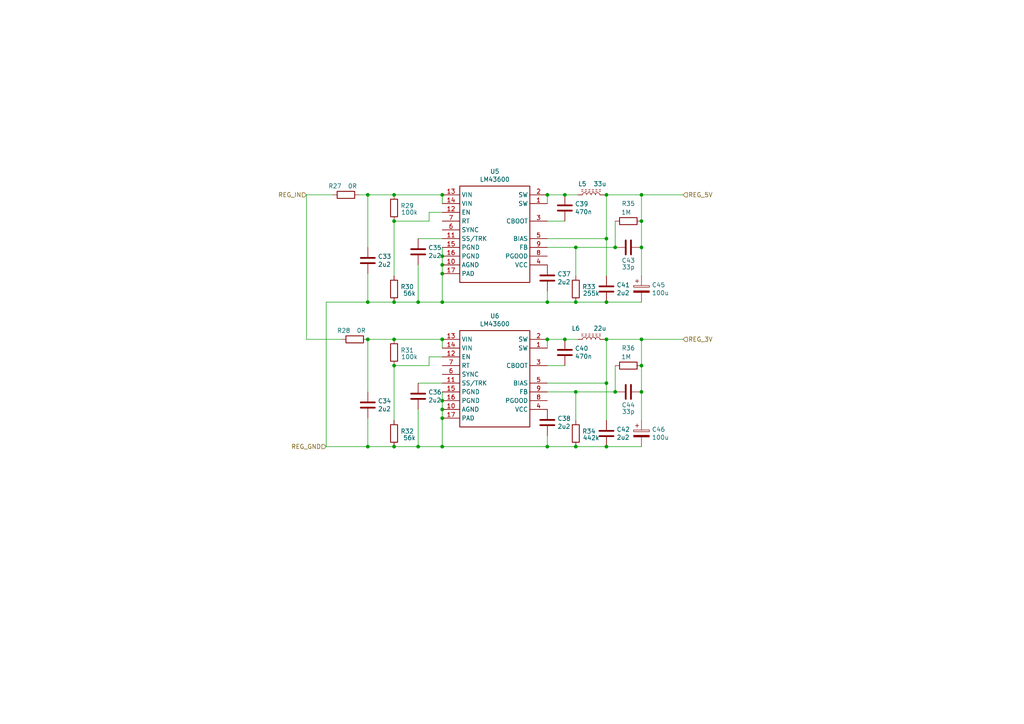
<source format=kicad_sch>
(kicad_sch (version 20211123) (generator eeschema)
  (paper "A4")
  (lib_symbols
    (symbol "Device:C" (pin_numbers hide) (pin_names (offset 0.254))
      (property "Reference" "C" (at 0.635 2.54 0))
      (property "Value" "C" (at 0.635 -2.54 0))
      (symbol "C_0_1"
        (polyline (pts (xy -2.032 -0.762) (xy 2.032 -0.762)) (stroke (width 0.508)))
        (polyline (pts (xy -2.032 0.762) (xy 2.032 0.762)) (stroke (width 0.508)))
      )
      (symbol "C_1_1"
        (pin passive line (at 0 3.81 270) (length 2.794) (name "~") (number "1"))
        (pin passive line (at 0 -3.81 90) (length 2.794) (name "~") (number "2"))
      )
    )
    (symbol "Device:CP" (pin_numbers hide) (pin_names (offset 0.254))
      (property "Reference" "C" (at 0.635 2.54 0))
      (property "Value" "Device_CP" (at 0.635 -2.54 0))
      (symbol "CP_0_1"
        (rectangle (start -2.286 0.508) (end 2.286 1.016))
        (polyline (pts (xy -1.778 2.286) (xy -0.762 2.286)))
        (polyline (pts (xy -1.27 2.794) (xy -1.27 1.778)))
        (rectangle (start 2.286 -0.508) (end -2.286 -1.016) (fill (type outline)))
      )
      (symbol "CP_1_1"
        (pin passive line (at 0 3.81 270) (length 2.794) (name "~") (number "1"))
        (pin passive line (at 0 -3.81 90) (length 2.794) (name "~") (number "2"))
      )
    )
    (symbol "Device:L_Core_Ferrite" (pin_numbers hide) (pin_names (offset 1.016) hide)
      (property "Reference" "L" (at -1.27 0 90))
      (property "Value" "Device_L_Core_Ferrite" (at 2.794 0 90))
      (symbol "L_Core_Ferrite_0_1"
        (arc (start 0 -2.54) (mid 0.635 -1.905) (end 0 -1.27))
        (arc (start 0 -1.27) (mid 0.635 -0.635) (end 0 0))
        (polyline (pts (xy 1.016 -2.794) (xy 1.016 -2.286)))
        (polyline (pts (xy 1.016 -1.778) (xy 1.016 -1.27)))
        (polyline (pts (xy 1.016 -0.762) (xy 1.016 -0.254)))
        (polyline (pts (xy 1.016 0.254) (xy 1.016 0.762)))
        (polyline (pts (xy 1.016 1.27) (xy 1.016 1.778)))
        (polyline (pts (xy 1.016 2.286) (xy 1.016 2.794)))
        (polyline (pts (xy 1.524 -2.286) (xy 1.524 -2.794)))
        (polyline (pts (xy 1.524 -1.27) (xy 1.524 -1.778)))
        (polyline (pts (xy 1.524 -0.254) (xy 1.524 -0.762)))
        (polyline (pts (xy 1.524 0.762) (xy 1.524 0.254)))
        (polyline (pts (xy 1.524 1.778) (xy 1.524 1.27)))
        (polyline (pts (xy 1.524 2.794) (xy 1.524 2.286)))
        (arc (start 0 0) (mid 0.635 0.635) (end 0 1.27))
        (arc (start 0 1.27) (mid 0.635 1.905) (end 0 2.54))
      )
      (symbol "L_Core_Ferrite_1_1"
        (pin passive line (at 0 3.81 270) (length 1.27) (name "1") (number "1"))
        (pin passive line (at 0 -3.81 90) (length 1.27) (name "2") (number "2"))
      )
    )
    (symbol "Device:R" (pin_numbers hide) (pin_names (offset 0))
      (property "Reference" "R" (at 2.032 0 90))
      (property "Value" "R" (at 0 0 90))
      (symbol "R_0_1"
        (rectangle (start -1.016 -2.54) (end 1.016 2.54) (stroke (width 0.254)))
      )
      (symbol "R_1_1"
        (pin passive line (at 0 3.81 270) (length 1.27) (name "~") (number "1"))
        (pin passive line (at 0 -3.81 90) (length 1.27) (name "~") (number "2"))
      )
    )
    (symbol "jlib_1:LM43600"
      (property "Reference" "U" (at -1.27 16.51 0))
      (property "Value" "jlib_1_LM43600" (at 3.81 13.97 0))
      (symbol "LM43600_0_0"
        (rectangle (start -10.16 12.7) (end 10.16 -15.24) (stroke (width 0.254)))
      )
      (symbol "LM43600_1_1"
        (pin input line (at 15.24 7.62 180) (length 5.08) (name "SW") (number "1"))
        (pin input line (at -15.24 -10.16 0) (length 5.08) (name "AGND") (number "10"))
        (pin input line (at -15.24 -2.54 0) (length 5.08) (name "SS/TRK") (number "11"))
        (pin input line (at -15.24 5.08 0) (length 5.08) (name "EN") (number "12"))
        (pin input line (at -15.24 10.16 0) (length 5.08) (name "VIN") (number "13"))
        (pin input line (at -15.24 7.62 0) (length 5.08) (name "VIN") (number "14"))
        (pin input line (at -15.24 -5.08 0) (length 5.08) (name "PGND") (number "15"))
        (pin input line (at -15.24 -7.62 0) (length 5.08) (name "PGND") (number "16"))
        (pin input line (at -15.24 -12.7 0) (length 5.08) (name "PAD") (number "17"))
        (pin input line (at 15.24 10.16 180) (length 5.08) (name "SW") (number "2"))
        (pin input line (at 15.24 2.54 180) (length 5.08) (name "CBOOT") (number "3"))
        (pin input line (at 15.24 -10.16 180) (length 5.08) (name "VCC") (number "4"))
        (pin input line (at 15.24 -2.54 180) (length 5.08) (name "BIAS") (number "5"))
        (pin input line (at -15.24 0 0) (length 5.08) (name "SYNC") (number "6"))
        (pin input line (at -15.24 2.54 0) (length 5.08) (name "RT") (number "7"))
        (pin input line (at 15.24 -7.62 180) (length 5.08) (name "PGOOD") (number "8"))
        (pin input line (at 15.24 -5.08 180) (length 5.08) (name "FB") (number "9"))
      )
    )
  )
  (junction (at 114.3 56.515))
  (junction (at 175.895 129.54))
  (junction (at 128.27 118.745))
  (junction (at 158.75 56.515))
  (junction (at 121.285 87.63))
  (junction (at 106.68 56.515))
  (junction (at 158.75 87.63))
  (junction (at 175.895 98.425))
  (junction (at 128.27 116.205))
  (junction (at 186.055 71.755))
  (junction (at 158.75 129.54))
  (junction (at 186.055 64.135))
  (junction (at 114.3 87.63))
  (junction (at 114.3 64.135))
  (junction (at 128.27 98.425))
  (junction (at 167.005 87.63))
  (junction (at 128.27 87.63))
  (junction (at 106.68 98.425))
  (junction (at 128.27 76.835))
  (junction (at 167.005 129.54))
  (junction (at 186.055 56.515))
  (junction (at 175.895 69.215))
  (junction (at 167.005 71.755))
  (junction (at 128.27 129.54))
  (junction (at 128.27 121.285))
  (junction (at 114.3 129.54))
  (junction (at 106.68 87.63))
  (junction (at 178.435 113.665))
  (junction (at 114.3 98.425))
  (junction (at 186.055 98.425))
  (junction (at 186.055 106.045))
  (junction (at 175.895 56.515))
  (junction (at 128.27 74.295))
  (junction (at 106.68 129.54))
  (junction (at 163.83 56.515))
  (junction (at 175.895 111.125))
  (junction (at 158.75 98.425))
  (junction (at 128.27 56.515))
  (junction (at 121.285 129.54))
  (junction (at 167.005 113.665))
  (junction (at 163.83 98.425))
  (junction (at 186.055 113.665))
  (junction (at 175.895 87.63))
  (junction (at 114.3 106.045))
  (junction (at 128.27 79.375))
  (junction (at 178.435 71.755))
  (wire (pts (xy 175.26 56.515) (xy 175.895 56.515)))
  (wire (pts (xy 178.435 64.135) (xy 178.435 71.755)))
  (wire (pts (xy 163.83 98.425) (xy 167.64 98.425)))
  (wire (pts (xy 88.9 98.425) (xy 88.9 56.515)))
  (wire (pts (xy 128.27 121.285) (xy 128.27 118.745)))
  (wire (pts (xy 175.895 80.01) (xy 175.895 69.215)))
  (wire (pts (xy 128.27 79.375) (xy 128.27 87.63)))
  (wire (pts (xy 175.895 56.515) (xy 186.055 56.515)))
  (wire (pts (xy 114.3 106.045) (xy 114.3 121.92)))
  (wire (pts (xy 106.68 129.54) (xy 106.68 121.285)))
  (wire (pts (xy 167.005 113.665) (xy 167.005 121.92)))
  (wire (pts (xy 124.46 61.595) (xy 128.27 61.595)))
  (wire (pts (xy 128.27 113.665) (xy 128.27 116.205)))
  (wire (pts (xy 175.895 129.54) (xy 186.055 129.54)))
  (wire (pts (xy 114.3 98.425) (xy 106.68 98.425)))
  (wire (pts (xy 167.005 71.755) (xy 178.435 71.755)))
  (wire (pts (xy 175.895 87.63) (xy 186.055 87.63)))
  (wire (pts (xy 158.75 98.425) (xy 163.83 98.425)))
  (wire (pts (xy 114.3 87.63) (xy 106.68 87.63)))
  (wire (pts (xy 158.75 56.515) (xy 163.83 56.515)))
  (wire (pts (xy 96.52 56.515) (xy 88.9 56.515)))
  (wire (pts (xy 121.285 129.54) (xy 114.3 129.54)))
  (wire (pts (xy 175.895 121.92) (xy 175.895 111.125)))
  (wire (pts (xy 175.895 69.215) (xy 175.895 56.515)))
  (wire (pts (xy 158.75 59.055) (xy 158.75 56.515)))
  (wire (pts (xy 128.27 129.54) (xy 158.75 129.54)))
  (wire (pts (xy 167.005 129.54) (xy 175.895 129.54)))
  (wire (pts (xy 167.005 71.755) (xy 167.005 80.01)))
  (wire (pts (xy 121.285 76.835) (xy 121.285 87.63)))
  (wire (pts (xy 128.27 118.745) (xy 128.27 116.205)))
  (wire (pts (xy 167.005 113.665) (xy 178.435 113.665)))
  (wire (pts (xy 114.3 129.54) (xy 106.68 129.54)))
  (wire (pts (xy 114.3 64.135) (xy 114.3 80.01)))
  (wire (pts (xy 175.895 98.425) (xy 186.055 98.425)))
  (wire (pts (xy 104.14 56.515) (xy 106.68 56.515)))
  (wire (pts (xy 124.46 64.135) (xy 124.46 61.595)))
  (wire (pts (xy 186.055 106.045) (xy 186.055 113.665)))
  (wire (pts (xy 158.75 126.365) (xy 158.75 129.54)))
  (wire (pts (xy 124.46 106.045) (xy 124.46 103.505)))
  (wire (pts (xy 186.055 64.135) (xy 186.055 71.755)))
  (wire (pts (xy 175.26 98.425) (xy 175.895 98.425)))
  (wire (pts (xy 114.3 106.045) (xy 124.46 106.045)))
  (wire (pts (xy 158.75 111.125) (xy 175.895 111.125)))
  (wire (pts (xy 163.83 56.515) (xy 167.64 56.515)))
  (wire (pts (xy 121.285 87.63) (xy 128.27 87.63)))
  (wire (pts (xy 121.285 111.125) (xy 128.27 111.125)))
  (wire (pts (xy 128.27 76.835) (xy 128.27 79.375)))
  (wire (pts (xy 186.055 113.665) (xy 186.055 121.92)))
  (wire (pts (xy 175.895 111.125) (xy 175.895 98.425)))
  (wire (pts (xy 128.27 100.965) (xy 128.27 98.425)))
  (wire (pts (xy 186.055 98.425) (xy 186.055 106.045)))
  (wire (pts (xy 114.3 56.515) (xy 106.68 56.515)))
  (wire (pts (xy 88.9 98.425) (xy 99.06 98.425)))
  (wire (pts (xy 186.055 71.755) (xy 186.055 80.01)))
  (wire (pts (xy 158.75 69.215) (xy 175.895 69.215)))
  (wire (pts (xy 128.27 129.54) (xy 128.27 121.285)))
  (wire (pts (xy 186.055 56.515) (xy 198.12 56.515)))
  (wire (pts (xy 128.27 98.425) (xy 114.3 98.425)))
  (wire (pts (xy 121.285 87.63) (xy 114.3 87.63)))
  (wire (pts (xy 158.75 100.965) (xy 158.75 98.425)))
  (wire (pts (xy 158.75 129.54) (xy 167.005 129.54)))
  (wire (pts (xy 121.285 69.215) (xy 128.27 69.215)))
  (wire (pts (xy 158.75 84.455) (xy 158.75 87.63)))
  (wire (pts (xy 94.615 87.63) (xy 106.68 87.63)))
  (wire (pts (xy 121.285 129.54) (xy 128.27 129.54)))
  (wire (pts (xy 158.75 71.755) (xy 167.005 71.755)))
  (wire (pts (xy 158.75 113.665) (xy 167.005 113.665)))
  (wire (pts (xy 106.68 98.425) (xy 106.68 113.665)))
  (wire (pts (xy 114.3 64.135) (xy 124.46 64.135)))
  (wire (pts (xy 167.005 87.63) (xy 175.895 87.63)))
  (wire (pts (xy 128.27 56.515) (xy 114.3 56.515)))
  (wire (pts (xy 121.285 118.745) (xy 121.285 129.54)))
  (wire (pts (xy 178.435 106.045) (xy 178.435 113.665)))
  (wire (pts (xy 128.27 59.055) (xy 128.27 56.515)))
  (wire (pts (xy 186.055 56.515) (xy 186.055 64.135)))
  (wire (pts (xy 94.615 129.54) (xy 94.615 87.63)))
  (wire (pts (xy 163.83 106.045) (xy 158.75 106.045)))
  (wire (pts (xy 163.83 64.135) (xy 158.75 64.135)))
  (wire (pts (xy 106.68 56.515) (xy 106.68 71.755)))
  (wire (pts (xy 124.46 103.505) (xy 128.27 103.505)))
  (wire (pts (xy 94.615 129.54) (xy 106.68 129.54)))
  (wire (pts (xy 128.27 71.755) (xy 128.27 74.295)))
  (wire (pts (xy 158.75 87.63) (xy 167.005 87.63)))
  (wire (pts (xy 106.68 87.63) (xy 106.68 79.375)))
  (wire (pts (xy 186.055 98.425) (xy 198.12 98.425)))
  (wire (pts (xy 128.27 74.295) (xy 128.27 76.835)))
  (wire (pts (xy 128.27 87.63) (xy 158.75 87.63)))
  (hierarchical_label "REG_GND" (shape input) (at 94.615 129.54 180))
  (hierarchical_label "REG_IN" (shape input) (at 88.9 56.515 180))
  (hierarchical_label "REG_5V" (shape input) (at 198.12 56.515 0))
  (hierarchical_label "REG_3V" (shape input) (at 198.12 98.425 0))
  (symbol (lib_id "Device:C") (at 175.895 83.82 0) (unit 1)
    (property "Reference" "C41" (at 178.816 82.6516 0) (effects (justify left)))
    (property "Value" "2u2" (at 178.816 84.963 0) (effects (justify left)))
    (property "Footprint" "Capacitor_SMD:C_0805_2012Metric_Pad1.18x1.45mm_HandSolder" (effects hide))
  )
  (symbol (lib_id "Device:C") (at 158.75 122.555 0) (unit 1)
    (property "Reference" "C38" (at 161.671 121.3866 0) (effects (justify left)))
    (property "Value" "2u2" (at 161.671 123.698 0) (effects (justify left)))
    (property "Footprint" "Capacitor_SMD:C_0805_2012Metric_Pad1.18x1.45mm_HandSolder" (effects hide))
  )
  (symbol (lib_id "Device:CP") (at 186.055 125.73 0) (unit 1)
    (property "Reference" "C46" (at 189.0522 124.5616 0) (effects (justify left)))
    (property "Value" "100u" (at 189.0522 126.873 0) (effects (justify left)))
    (property "Footprint" "Capacitor_Tantalum_SMD:CP_EIA-7343-31_Kemet-D_Pad2.25x2.55mm_HandSolder" (effects hide))
  )
  (symbol (lib_id "Device:C") (at 158.75 80.645 0) (unit 1)
    (property "Reference" "C37" (at 161.671 79.4766 0) (effects (justify left)))
    (property "Value" "2u2" (at 161.671 81.788 0) (effects (justify left)))
    (property "Footprint" "Capacitor_SMD:C_0805_2012Metric_Pad1.18x1.45mm_HandSolder" (effects hide))
  )
  (symbol (lib_id "Device:C") (at 163.83 102.235 0) (unit 1)
    (property "Reference" "C40" (at 166.751 101.0666 0) (effects (justify left)))
    (property "Value" "470n" (at 166.751 103.378 0) (effects (justify left)))
    (property "Footprint" "Capacitor_SMD:C_0805_2012Metric_Pad1.18x1.45mm_HandSolder" (effects hide))
  )
  (symbol (lib_id "Device:R") (at 114.3 125.73 0) (unit 1)
    (property "Reference" "R32" (at 118.11 125.095 0))
    (property "Value" "56k" (at 118.745 127 0))
    (property "Footprint" "Resistor_SMD:R_MiniMELF_MMA-0204" (effects hide))
  )
  (symbol (lib_id "Device:C") (at 182.245 113.665 270) (unit 1)
    (property "Reference" "C44" (at 182.245 117.475 90))
    (property "Value" "33p" (at 182.245 119.38 90))
    (property "Footprint" "Capacitor_SMD:C_0805_2012Metric_Pad1.18x1.45mm_HandSolder" (effects hide))
  )
  (symbol (lib_id "Device:C") (at 182.245 71.755 270) (unit 1)
    (property "Reference" "C43" (at 182.245 75.565 90))
    (property "Value" "33p" (at 182.245 77.47 90))
    (property "Footprint" "Capacitor_SMD:C_0805_2012Metric_Pad1.18x1.45mm_HandSolder" (effects hide))
  )
  (symbol (lib_id "jlib_1:LM43600") (at 143.51 66.675 0) (unit 1)
    (property "Reference" "U5" (at 143.51 49.7332 0))
    (property "Value" "LM43600" (at 143.51 52.0446 0))
    (property "Footprint" "Package_SO:HTSSOP-16-1EP_4.4x5mm_P0.65mm_EP3.4x5mm_Mask2.46x2.31mm" (effects hide))
  )
  (symbol (lib_id "Device:C") (at 106.68 75.565 0) (unit 1)
    (property "Reference" "C33" (at 109.601 74.3966 0) (effects (justify left)))
    (property "Value" "2u2" (at 109.601 76.708 0) (effects (justify left)))
    (property "Footprint" "Capacitor_SMD:C_0805_2012Metric_Pad1.18x1.45mm_HandSolder" (effects hide))
  )
  (symbol (lib_id "Device:C") (at 175.895 125.73 0) (unit 1)
    (property "Reference" "C42" (at 178.816 124.5616 0) (effects (justify left)))
    (property "Value" "2u2" (at 178.816 126.873 0) (effects (justify left)))
    (property "Footprint" "Capacitor_SMD:C_0805_2012Metric_Pad1.18x1.45mm_HandSolder" (effects hide))
  )
  (symbol (lib_id "Device:L_Core_Ferrite") (at 171.45 98.425 90) (unit 1)
    (property "Reference" "L6" (at 167.005 95.25 90))
    (property "Value" "22u" (at 173.99 95.25 90))
    (property "Footprint" "Inductor_SMD:L_Coilcraft_LPS5030" (effects hide))
  )
  (symbol (lib_id "Device:R") (at 114.3 102.235 0) (unit 1)
    (property "Reference" "R31" (at 118.11 101.6 0))
    (property "Value" "100k" (at 118.745 103.505 0))
    (property "Footprint" "Resistor_SMD:R_MiniMELF_MMA-0204" (effects hide))
  )
  (symbol (lib_id "Device:C") (at 163.83 60.325 0) (unit 1)
    (property "Reference" "C39" (at 166.751 59.1566 0) (effects (justify left)))
    (property "Value" "470n" (at 166.751 61.468 0) (effects (justify left)))
    (property "Footprint" "Capacitor_SMD:C_0805_2012Metric_Pad1.18x1.45mm_HandSolder" (effects hide))
  )
  (symbol (lib_id "Device:L_Core_Ferrite") (at 171.45 56.515 90) (unit 1)
    (property "Reference" "L5" (at 168.91 53.34 90))
    (property "Value" "33u" (at 173.99 53.34 90))
    (property "Footprint" "Inductor_SMD:L_Coilcraft_LPS5030" (effects hide))
  )
  (symbol (lib_id "Device:R") (at 114.3 83.82 0) (unit 1)
    (property "Reference" "R30" (at 118.11 83.185 0))
    (property "Value" "56k" (at 118.745 85.09 0))
    (property "Footprint" "Resistor_SMD:R_MiniMELF_MMA-0204" (effects hide))
  )
  (symbol (lib_id "Device:R") (at 167.005 125.73 0) (unit 1)
    (property "Reference" "R34" (at 170.815 125.095 0))
    (property "Value" "442k" (at 171.45 127 0))
    (property "Footprint" "Resistor_SMD:R_MiniMELF_MMA-0204" (effects hide))
  )
  (symbol (lib_id "Device:R") (at 100.33 56.515 90) (unit 1)
    (property "Reference" "R27" (at 97.155 53.975 90))
    (property "Value" "0R" (at 102.235 53.975 90))
    (property "Footprint" "Resistor_SMD:R_MiniMELF_MMA-0204" (effects hide))
  )
  (symbol (lib_id "jlib_1:LM43600") (at 143.51 108.585 0) (unit 1)
    (property "Reference" "U6" (at 143.51 91.6432 0))
    (property "Value" "LM43600" (at 143.51 93.9546 0))
    (property "Footprint" "Package_SO:HTSSOP-16-1EP_4.4x5mm_P0.65mm_EP3.4x5mm_Mask2.46x2.31mm" (effects hide))
  )
  (symbol (lib_id "Device:R") (at 102.87 98.425 90) (unit 1)
    (property "Reference" "R28" (at 99.695 95.885 90))
    (property "Value" "0R" (at 104.775 95.885 90))
    (property "Footprint" "Resistor_SMD:R_MiniMELF_MMA-0204" (effects hide))
  )
  (symbol (lib_id "Device:C") (at 106.68 117.475 0) (unit 1)
    (property "Reference" "C34" (at 109.601 116.3066 0) (effects (justify left)))
    (property "Value" "2u2" (at 109.601 118.618 0) (effects (justify left)))
    (property "Footprint" "Capacitor_SMD:C_0805_2012Metric_Pad1.18x1.45mm_HandSolder" (effects hide))
  )
  (symbol (lib_id "Device:C") (at 121.285 114.935 0) (unit 1)
    (property "Reference" "C36" (at 124.206 113.7666 0) (effects (justify left)))
    (property "Value" "2u2" (at 124.206 116.078 0) (effects (justify left)))
    (property "Footprint" "Capacitor_SMD:C_0805_2012Metric_Pad1.18x1.45mm_HandSolder" (effects hide))
  )
  (symbol (lib_id "Device:R") (at 182.245 64.135 270) (unit 1)
    (property "Reference" "R35" (at 182.245 59.055 90))
    (property "Value" "1M" (at 181.61 61.595 90))
    (property "Footprint" "Resistor_SMD:R_MiniMELF_MMA-0204" (effects hide))
  )
  (symbol (lib_id "Device:CP") (at 186.055 83.82 0) (unit 1)
    (property "Reference" "C45" (at 189.0522 82.6516 0) (effects (justify left)))
    (property "Value" "100u" (at 189.0522 84.963 0) (effects (justify left)))
    (property "Footprint" "Capacitor_Tantalum_SMD:CP_EIA-7343-31_Kemet-D_Pad2.25x2.55mm_HandSolder" (effects hide))
  )
  (symbol (lib_id "Device:R") (at 114.3 60.325 0) (unit 1)
    (property "Reference" "R29" (at 118.11 59.69 0))
    (property "Value" "100k" (at 118.745 61.595 0))
    (property "Footprint" "Resistor_SMD:R_MiniMELF_MMA-0204" (effects hide))
  )
  (symbol (lib_id "Device:R") (at 167.005 83.82 0) (unit 1)
    (property "Reference" "R33" (at 170.815 83.185 0))
    (property "Value" "255k" (at 171.45 85.09 0))
    (property "Footprint" "Resistor_SMD:R_MiniMELF_MMA-0204" (effects hide))
  )
  (symbol (lib_id "Device:R") (at 182.245 106.045 270) (unit 1)
    (property "Reference" "R36" (at 182.245 100.965 90))
    (property "Value" "1M" (at 181.61 103.505 90))
    (property "Footprint" "Resistor_SMD:R_MiniMELF_MMA-0204" (effects hide))
  )
  (symbol (lib_id "Device:C") (at 121.285 73.025 0) (unit 1)
    (property "Reference" "C35" (at 124.206 71.8566 0) (effects (justify left)))
    (property "Value" "2u2" (at 124.206 74.168 0) (effects (justify left)))
    (property "Footprint" "Capacitor_SMD:C_0805_2012Metric_Pad1.18x1.45mm_HandSolder" (effects hide))
  )
)
</source>
